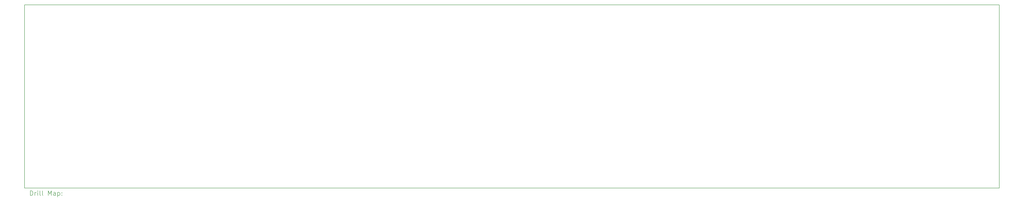
<source format=gbr>
%TF.GenerationSoftware,KiCad,Pcbnew,(6.0.7)*%
%TF.CreationDate,2023-09-04T09:41:34+01:00*%
%TF.ProjectId,CCC_rig_backplane,4343435f-7269-4675-9f62-61636b706c61,rev?*%
%TF.SameCoordinates,Original*%
%TF.FileFunction,Drillmap*%
%TF.FilePolarity,Positive*%
%FSLAX45Y45*%
G04 Gerber Fmt 4.5, Leading zero omitted, Abs format (unit mm)*
G04 Created by KiCad (PCBNEW (6.0.7)) date 2023-09-04 09:41:34*
%MOMM*%
%LPD*%
G01*
G04 APERTURE LIST*
%ADD10C,0.200000*%
G04 APERTURE END LIST*
D10*
X1365000Y-1386760D02*
X43765000Y-1386760D01*
X43765000Y-1386760D02*
X43765000Y-9386760D01*
X43765000Y-9386760D02*
X1365000Y-9386760D01*
X1365000Y-9386760D02*
X1365000Y-1386760D01*
X1612619Y-9707236D02*
X1612619Y-9507236D01*
X1660238Y-9507236D01*
X1688809Y-9516760D01*
X1707857Y-9535808D01*
X1717381Y-9554855D01*
X1726905Y-9592950D01*
X1726905Y-9621522D01*
X1717381Y-9659617D01*
X1707857Y-9678665D01*
X1688809Y-9697712D01*
X1660238Y-9707236D01*
X1612619Y-9707236D01*
X1812619Y-9707236D02*
X1812619Y-9573903D01*
X1812619Y-9611998D02*
X1822143Y-9592950D01*
X1831667Y-9583427D01*
X1850714Y-9573903D01*
X1869762Y-9573903D01*
X1936428Y-9707236D02*
X1936428Y-9573903D01*
X1936428Y-9507236D02*
X1926905Y-9516760D01*
X1936428Y-9526284D01*
X1945952Y-9516760D01*
X1936428Y-9507236D01*
X1936428Y-9526284D01*
X2060238Y-9707236D02*
X2041190Y-9697712D01*
X2031667Y-9678665D01*
X2031667Y-9507236D01*
X2165000Y-9707236D02*
X2145952Y-9697712D01*
X2136429Y-9678665D01*
X2136429Y-9507236D01*
X2393571Y-9707236D02*
X2393571Y-9507236D01*
X2460238Y-9650093D01*
X2526905Y-9507236D01*
X2526905Y-9707236D01*
X2707857Y-9707236D02*
X2707857Y-9602474D01*
X2698333Y-9583427D01*
X2679286Y-9573903D01*
X2641190Y-9573903D01*
X2622143Y-9583427D01*
X2707857Y-9697712D02*
X2688810Y-9707236D01*
X2641190Y-9707236D01*
X2622143Y-9697712D01*
X2612619Y-9678665D01*
X2612619Y-9659617D01*
X2622143Y-9640570D01*
X2641190Y-9631046D01*
X2688810Y-9631046D01*
X2707857Y-9621522D01*
X2803095Y-9573903D02*
X2803095Y-9773903D01*
X2803095Y-9583427D02*
X2822143Y-9573903D01*
X2860238Y-9573903D01*
X2879286Y-9583427D01*
X2888809Y-9592950D01*
X2898333Y-9611998D01*
X2898333Y-9669141D01*
X2888809Y-9688189D01*
X2879286Y-9697712D01*
X2860238Y-9707236D01*
X2822143Y-9707236D01*
X2803095Y-9697712D01*
X2984048Y-9688189D02*
X2993571Y-9697712D01*
X2984048Y-9707236D01*
X2974524Y-9697712D01*
X2984048Y-9688189D01*
X2984048Y-9707236D01*
X2984048Y-9583427D02*
X2993571Y-9592950D01*
X2984048Y-9602474D01*
X2974524Y-9592950D01*
X2984048Y-9583427D01*
X2984048Y-9602474D01*
M02*

</source>
